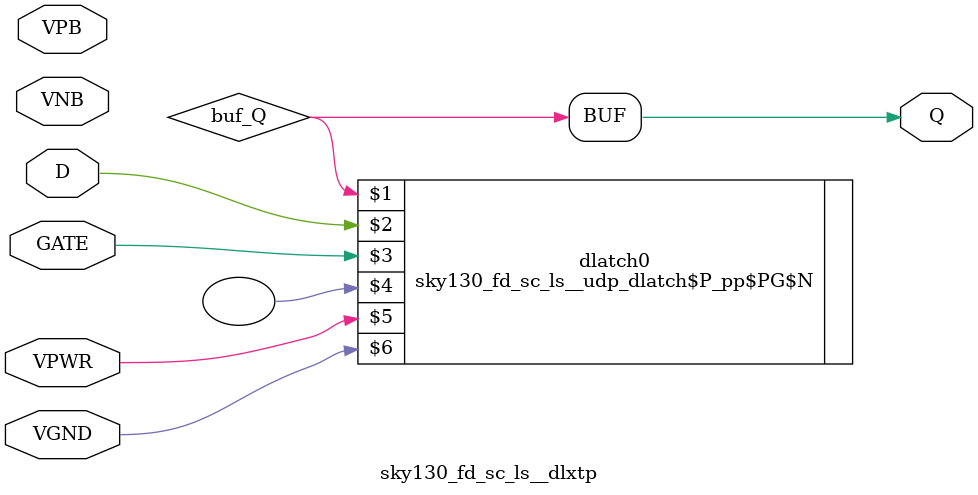
<source format=v>
/*
 * Copyright 2020 The SkyWater PDK Authors
 *
 * Licensed under the Apache License, Version 2.0 (the "License");
 * you may not use this file except in compliance with the License.
 * You may obtain a copy of the License at
 *
 *     https://www.apache.org/licenses/LICENSE-2.0
 *
 * Unless required by applicable law or agreed to in writing, software
 * distributed under the License is distributed on an "AS IS" BASIS,
 * WITHOUT WARRANTIES OR CONDITIONS OF ANY KIND, either express or implied.
 * See the License for the specific language governing permissions and
 * limitations under the License.
 *
 * SPDX-License-Identifier: Apache-2.0
*/


`ifndef SKY130_FD_SC_LS__DLXTP_FUNCTIONAL_PP_V
`define SKY130_FD_SC_LS__DLXTP_FUNCTIONAL_PP_V

/**
 * dlxtp: Delay latch, non-inverted enable, single output.
 *
 * Verilog simulation functional model.
 */

`timescale 1ns / 1ps
`default_nettype none

// Import user defined primitives.
`include "../../models/udp_dlatch_p_pp_pg_n/sky130_fd_sc_ls__udp_dlatch_p_pp_pg_n.v"

`celldefine
module sky130_fd_sc_ls__dlxtp (
    Q   ,
    D   ,
    GATE,
    VPWR,
    VGND,
    VPB ,
    VNB
);

    // Module ports
    output Q   ;
    input  D   ;
    input  GATE;
    input  VPWR;
    input  VGND;
    input  VPB ;
    input  VNB ;

    // Local signals
    wire buf_Q;

    //                                    Name     Output  Other arguments
    sky130_fd_sc_ls__udp_dlatch$P_pp$PG$N dlatch0 (buf_Q , D, GATE, , VPWR, VGND);
    buf                                   buf0    (Q     , buf_Q                );

endmodule
`endcelldefine

`default_nettype wire
`endif  // SKY130_FD_SC_LS__DLXTP_FUNCTIONAL_PP_V

</source>
